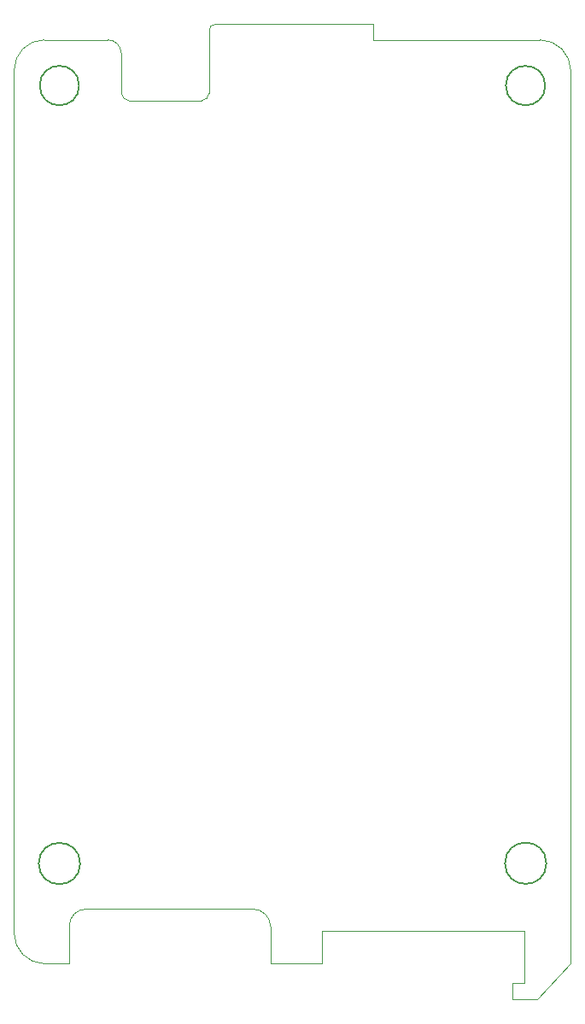
<source format=gko>
G04*
G04 #@! TF.GenerationSoftware,Altium Limited,Altium Designer,21.0.8 (223)*
G04*
G04 Layer_Color=16711935*
%FSTAX24Y24*%
%MOIN*%
G70*
G04*
G04 #@! TF.SameCoordinates,D94166DE-144D-4B7D-845D-6ED18FE10B1D*
G04*
G04*
G04 #@! TF.FilePolarity,Positive*
G04*
G01*
G75*
%ADD13C,0.0070*%
%ADD142C,0.0010*%
%ADD145C,0.0012*%
%ADD146C,0.0010*%
D13*
X06276Y063408D02*
G03*
X06276Y063408I-000768J0D01*
G01*
X062801Y033044D02*
G03*
X062801Y033044I-000807J0D01*
G01*
X080998Y033054D02*
G03*
X080998Y033054I-000807J0D01*
G01*
X080953Y063407D02*
G03*
X080953Y063407I-000768J0D01*
G01*
D142*
X070239Y030572D02*
G03*
X069527Y031267I-000699J-000003D01*
G01*
X06305Y031267D02*
G03*
X062381Y030614I-000013J-000657D01*
G01*
X060223Y030333D02*
G03*
X061423Y029133I0012J0D01*
G01*
X064406Y064666D02*
G03*
X063884Y065192I-000523J000003D01*
G01*
X064406Y063124D02*
G03*
X064706Y062813I000326J000015D01*
G01*
X067533D02*
G03*
X067843Y063114I-000015J000326D01*
G01*
X081956Y063982D02*
G03*
X080746Y065192I-00121J0D01*
G01*
X061405D02*
G03*
X060223Y064011I0J-001181D01*
G01*
X06804Y065786D02*
G03*
X067844Y065588I000001J-000197D01*
G01*
X070239Y030572D02*
G03*
X069527Y031267I-000699J-000003D01*
G01*
X06305Y031267D02*
G03*
X062381Y030614I-000013J-000657D01*
G01*
X060223Y030333D02*
G03*
X061423Y029133I0012J0D01*
G01*
X064406Y064666D02*
G03*
X063884Y065192I-000523J000003D01*
G01*
X064406Y063124D02*
G03*
X064706Y062813I000326J000015D01*
G01*
X067533D02*
G03*
X067843Y063114I-000015J000326D01*
G01*
X081956Y063982D02*
G03*
X080746Y065192I-00121J0D01*
G01*
X061405D02*
G03*
X060223Y064011I0J-001181D01*
G01*
X070239Y029133D02*
X072233D01*
X070239D02*
X072233D01*
X079688Y027738D02*
X080643D01*
X063037Y031267D02*
X06954D01*
X070239Y029133D02*
Y030572D01*
X062381Y029133D02*
Y030611D01*
X060223Y030333D02*
Y064011D01*
X061423Y029133D02*
X062381D01*
X061413Y065192D02*
X063884D01*
X064406Y063125D02*
Y064666D01*
X064693Y062813D02*
X067533D01*
X067843Y063114D02*
Y065588D01*
X081953Y030331D02*
X081955Y063982D01*
X072233Y030413D02*
X080143D01*
X063037Y031267D02*
X06954D01*
X070239Y029133D02*
Y030572D01*
X062381Y029133D02*
Y030611D01*
X060223Y030333D02*
Y064011D01*
X061423Y029133D02*
X062381D01*
X061413Y065192D02*
X063884D01*
X064406Y063125D02*
Y064666D01*
X064693Y062813D02*
X067533D01*
X067843Y063114D02*
Y064666D01*
X081953Y030331D02*
X081955Y063982D01*
X072233Y030413D02*
X080142D01*
D145*
X080643Y027738D02*
X081954Y029133D01*
X081954Y030331D01*
D146*
X072233Y029133D02*
Y030413D01*
X079688Y027738D02*
Y028375D01*
X074239Y065192D02*
Y065798D01*
X073545Y065798D02*
X074239Y065798D01*
Y065192D02*
X080746D01*
X068036Y065798D02*
X073545Y065798D01*
X080142Y028375D02*
Y030413D01*
X079688Y028375D02*
X080142D01*
M02*

</source>
